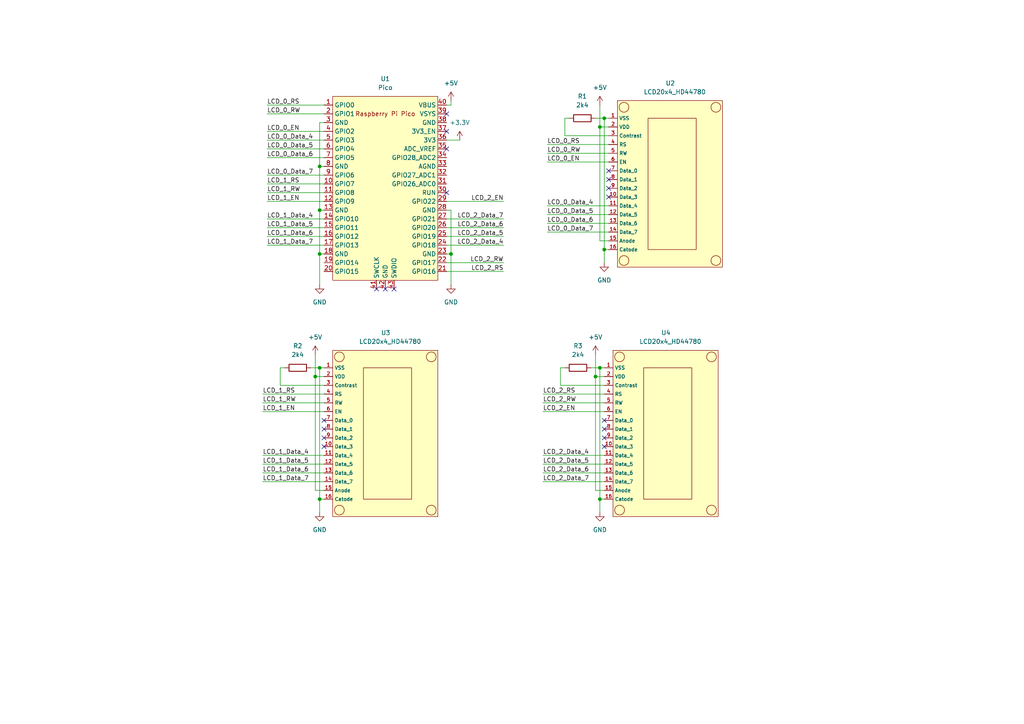
<source format=kicad_sch>
(kicad_sch (version 20211123) (generator eeschema)
  (paper "A4")
  (title_block (title "LCD Demo") (date "2023-01-26") (rev "V1.0") (company "Ant Tech") (comment 1 "Prototype"))
  (lib_symbols
    (symbol "Device:R" (pin_numbers hide) (pin_names (offset 0))
      (property "Reference" "R" (at 2.032 0 90))
      (property "Value" "R" (at 0 0 90))
      (symbol "R_0_1"
        (rectangle (start -1.016 -2.54) (end 1.016 2.54) (stroke (width 0.254)))
      )
      (symbol "R_1_1"
        (pin passive line (at 0 3.81 270) (length 1.27) (name "~") (number "1"))
        (pin passive line (at 0 -3.81 90) (length 1.27) (name "~") (number "2"))
      )
    )
    (symbol "HD44780:LCD20x4_HD44780"
      (property "Reference" "U" (at 0 27.94 0))
      (property "Value" "LCD20x4_HD44780" (at 0 25.4 0))
      (symbol "LCD20x4_HD44780_0_0"
        (pin bidirectional line (at -17.78 19.05 0) (length 2.54) (name "VSS") (number "1"))
        (pin bidirectional line (at -17.78 -3.81 0) (length 2.54) (name "Data_3") (number "10"))
        (pin bidirectional line (at -17.78 -6.35 0) (length 2.54) (name "Data_4") (number "11"))
        (pin bidirectional line (at -17.78 -8.89 0) (length 2.54) (name "Data_5") (number "12"))
        (pin bidirectional line (at -17.78 -11.43 0) (length 2.54) (name "Data_6") (number "13"))
        (pin bidirectional line (at -17.78 -13.97 0) (length 2.54) (name "Data_7") (number "14"))
        (pin bidirectional line (at -17.78 -16.51 0) (length 2.54) (name "Anode") (number "15"))
        (pin bidirectional line (at -17.78 -19.05 0) (length 2.54) (name "Catode") (number "16"))
        (pin bidirectional line (at -17.78 16.51 0) (length 2.54) (name "VDD") (number "2"))
        (pin bidirectional line (at -17.78 13.97 0) (length 2.54) (name "Contrast") (number "3"))
        (pin bidirectional line (at -17.78 11.43 0) (length 2.54) (name "RS") (number "4"))
        (pin bidirectional line (at -17.78 8.89 0) (length 2.54) (name "RW") (number "5"))
        (pin bidirectional line (at -17.78 6.35 0) (length 2.54) (name "EN") (number "6"))
        (pin bidirectional line (at -17.78 3.81 0) (length 2.54) (name "Data_0") (number "7"))
        (pin bidirectional line (at -17.78 1.27 0) (length 2.54) (name "Data_1") (number "8"))
        (pin bidirectional line (at -17.78 -1.27 0) (length 2.54) (name "Data_2") (number "9"))
      )
      (symbol "LCD20x4_HD44780_0_1"
        (rectangle (start -15.24 24.13) (end 15.24 -24.13) (fill (type background)))
        (circle (center -13.335 -22.225) (radius 1.4199))
        (circle (center -13.335 22.225) (radius 1.4199))
        (rectangle (start -6.35 19.05) (end 7.62 -19.05))
        (circle (center 13.335 -22.225) (radius 1.4199))
        (circle (center 13.335 22.225) (radius 1.4199))
      )
    )
    (symbol "MCU_RaspberryPi_and_Boards:Pico"
      (property "Reference" "U" (at -13.97 27.94 0))
      (property "Value" "Pico" (at 0 19.05 0))
      (symbol "Pico_0_0"
        (text "Raspberry Pi Pico" (at 0 21.59 0) (effects (font (size 1.27 1.27))))
      )
      (symbol "Pico_0_1"
        (rectangle (start -15.24 26.67) (end 15.24 -26.67) (fill (type background)))
      )
      (symbol "Pico_1_1"
        (pin bidirectional line (at -17.78 24.13 0) (length 2.54) (name "GPIO0") (number "1"))
        (pin bidirectional line (at -17.78 1.27 0) (length 2.54) (name "GPIO7") (number "10"))
        (pin bidirectional line (at -17.78 -1.27 0) (length 2.54) (name "GPIO8") (number "11"))
        (pin bidirectional line (at -17.78 -3.81 0) (length 2.54) (name "GPIO9") (number "12"))
        (pin power_in line (at -17.78 -6.35 0) (length 2.54) (name "GND") (number "13"))
        (pin bidirectional line (at -17.78 -8.89 0) (length 2.54) (name "GPIO10") (number "14"))
        (pin bidirectional line (at -17.78 -11.43 0) (length 2.54) (name "GPIO11") (number "15"))
        (pin bidirectional line (at -17.78 -13.97 0) (length 2.54) (name "GPIO12") (number "16"))
        (pin bidirectional line (at -17.78 -16.51 0) (length 2.54) (name "GPIO13") (number "17"))
        (pin power_in line (at -17.78 -19.05 0) (length 2.54) (name "GND") (number "18"))
        (pin bidirectional line (at -17.78 -21.59 0) (length 2.54) (name "GPIO14") (number "19"))
        (pin bidirectional line (at -17.78 21.59 0) (length 2.54) (name "GPIO1") (number "2"))
        (pin bidirectional line (at -17.78 -24.13 0) (length 2.54) (name "GPIO15") (number "20"))
        (pin bidirectional line (at 17.78 -24.13 180) (length 2.54) (name "GPIO16") (number "21"))
        (pin bidirectional line (at 17.78 -21.59 180) (length 2.54) (name "GPIO17") (number "22"))
        (pin power_in line (at 17.78 -19.05 180) (length 2.54) (name "GND") (number "23"))
        (pin bidirectional line (at 17.78 -16.51 180) (length 2.54) (name "GPIO18") (number "24"))
        (pin bidirectional line (at 17.78 -13.97 180) (length 2.54) (name "GPIO19") (number "25"))
        (pin bidirectional line (at 17.78 -11.43 180) (length 2.54) (name "GPIO20") (number "26"))
        (pin bidirectional line (at 17.78 -8.89 180) (length 2.54) (name "GPIO21") (number "27"))
        (pin power_in line (at 17.78 -6.35 180) (length 2.54) (name "GND") (number "28"))
        (pin bidirectional line (at 17.78 -3.81 180) (length 2.54) (name "GPIO22") (number "29"))
        (pin power_in line (at -17.78 19.05 0) (length 2.54) (name "GND") (number "3"))
        (pin input line (at 17.78 -1.27 180) (length 2.54) (name "RUN") (number "30"))
        (pin bidirectional line (at 17.78 1.27 180) (length 2.54) (name "GPIO26_ADC0") (number "31"))
        (pin bidirectional line (at 17.78 3.81 180) (length 2.54) (name "GPIO27_ADC1") (number "32"))
        (pin power_in line (at 17.78 6.35 180) (length 2.54) (name "AGND") (number "33"))
        (pin bidirectional line (at 17.78 8.89 180) (length 2.54) (name "GPIO28_ADC2") (number "34"))
        (pin power_in line (at 17.78 11.43 180) (length 2.54) (name "ADC_VREF") (number "35"))
        (pin power_in line (at 17.78 13.97 180) (length 2.54) (name "3V3") (number "36"))
        (pin input line (at 17.78 16.51 180) (length 2.54) (name "3V3_EN") (number "37"))
        (pin bidirectional line (at 17.78 19.05 180) (length 2.54) (name "GND") (number "38"))
        (pin power_in line (at 17.78 21.59 180) (length 2.54) (name "VSYS") (number "39"))
        (pin bidirectional line (at -17.78 16.51 0) (length 2.54) (name "GPIO2") (number "4"))
        (pin power_in line (at 17.78 24.13 180) (length 2.54) (name "VBUS") (number "40"))
        (pin input line (at -2.54 -29.21 90) (length 2.54) (name "SWCLK") (number "41"))
        (pin power_in line (at 0 -29.21 90) (length 2.54) (name "GND") (number "42"))
        (pin bidirectional line (at 2.54 -29.21 90) (length 2.54) (name "SWDIO") (number "43"))
        (pin bidirectional line (at -17.78 13.97 0) (length 2.54) (name "GPIO3") (number "5"))
        (pin bidirectional line (at -17.78 11.43 0) (length 2.54) (name "GPIO4") (number "6"))
        (pin bidirectional line (at -17.78 8.89 0) (length 2.54) (name "GPIO5") (number "7"))
        (pin power_in line (at -17.78 6.35 0) (length 2.54) (name "GND") (number "8"))
        (pin bidirectional line (at -17.78 3.81 0) (length 2.54) (name "GPIO6") (number "9"))
      )
    )
    (symbol "power:+3.3V" (power) (pin_names (offset 0))
      (property "Value" "+3.3V" (at 0 3.556 0))
      (symbol "+3.3V_0_1"
        (polyline (pts (xy -0.762 1.27) (xy 0 2.54)))
        (polyline (pts (xy 0 0) (xy 0 2.54)))
        (polyline (pts (xy 0 2.54) (xy 0.762 1.27)))
      )
      (symbol "+3.3V_1_1"
        (pin power_in line (at 0 0 90) (length 0) hide (name "+3.3V") (number "1"))
      )
    )
    (symbol "power:+5V" (power) (pin_names (offset 0))
      (property "Value" "+5V" (at 0 3.556 0))
      (symbol "+5V_0_1"
        (polyline (pts (xy -0.762 1.27) (xy 0 2.54)))
        (polyline (pts (xy 0 0) (xy 0 2.54)))
        (polyline (pts (xy 0 2.54) (xy 0.762 1.27)))
      )
      (symbol "+5V_1_1"
        (pin power_in line (at 0 0 90) (length 0) hide (name "+5V") (number "1"))
      )
    )
    (symbol "power:GND" (power) (pin_names (offset 0))
      (property "Value" "GND" (at 0 -3.81 0))
      (symbol "GND_0_1"
        (polyline (pts (xy 0 0) (xy 0 -1.27) (xy 1.27 -1.27) (xy 0 -2.54) (xy -1.27 -1.27) (xy 0 -1.27)))
      )
      (symbol "GND_1_1"
        (pin power_in line (at 0 0 270) (length 0) hide (name "GND") (number "1"))
      )
    )
  )
  (junction (at 173.99 144.78))
  (junction (at 92.71 144.78))
  (junction (at 92.71 48.26))
  (junction (at 91.44 109.22))
  (junction (at 173.99 106.68))
  (junction (at 175.26 72.39))
  (junction (at 175.26 34.29))
  (junction (at 173.99 36.83))
  (junction (at 172.72 109.22))
  (junction (at 130.81 73.66))
  (junction (at 92.71 73.66))
  (junction (at 92.71 60.96))
  (junction (at 92.71 106.68))
  (no_connect (at 129.54 33.02))
  (no_connect (at 114.3 83.82))
  (no_connect (at 109.22 83.82))
  (no_connect (at 175.26 129.54))
  (no_connect (at 129.54 38.1))
  (no_connect (at 129.54 43.18))
  (no_connect (at 93.98 121.92))
  (no_connect (at 93.98 129.54))
  (no_connect (at 93.98 124.46))
  (no_connect (at 176.53 49.53))
  (no_connect (at 175.26 124.46))
  (no_connect (at 175.26 121.92))
  (no_connect (at 175.26 127))
  (no_connect (at 129.54 55.88))
  (no_connect (at 176.53 52.07))
  (no_connect (at 176.53 54.61))
  (no_connect (at 93.98 127))
  (no_connect (at 111.76 83.82))
  (no_connect (at 176.53 57.15))
  (wire (pts (xy 77.47 40.64) (xy 93.98 40.64)))
  (wire (pts (xy 76.2 137.16) (xy 93.98 137.16)))
  (wire (pts (xy 162.56 106.68) (xy 162.56 111.76)))
  (wire (pts (xy 173.99 106.68) (xy 175.26 106.68)))
  (wire (pts (xy 130.81 30.48) (xy 130.81 29.21)))
  (wire (pts (xy 77.47 55.88) (xy 93.98 55.88)))
  (wire (pts (xy 76.2 134.62) (xy 93.98 134.62)))
  (wire (pts (xy 158.75 59.69) (xy 176.53 59.69)))
  (wire (pts (xy 157.48 114.3) (xy 175.26 114.3)))
  (wire (pts (xy 158.75 44.45) (xy 176.53 44.45)))
  (wire (pts (xy 76.2 114.3) (xy 93.98 114.3)))
  (wire (pts (xy 77.47 38.1) (xy 93.98 38.1)))
  (wire (pts (xy 175.26 76.2) (xy 175.26 72.39)))
  (wire (pts (xy 175.26 72.39) (xy 175.26 34.29)))
  (wire (pts (xy 92.71 73.66) (xy 93.98 73.66)))
  (wire (pts (xy 129.54 66.04) (xy 146.05 66.04)))
  (wire (pts (xy 171.45 106.68) (xy 173.99 106.68)))
  (wire (pts (xy 173.99 144.78) (xy 173.99 106.68)))
  (wire (pts (xy 157.48 139.7) (xy 175.26 139.7)))
  (wire (pts (xy 92.71 106.68) (xy 93.98 106.68)))
  (wire (pts (xy 92.71 73.66) (xy 92.71 82.55)))
  (wire (pts (xy 129.54 73.66) (xy 130.81 73.66)))
  (wire (pts (xy 157.48 116.84) (xy 175.26 116.84)))
  (wire (pts (xy 77.47 58.42) (xy 93.98 58.42)))
  (wire (pts (xy 130.81 60.96) (xy 129.54 60.96)))
  (wire (pts (xy 129.54 63.5) (xy 146.05 63.5)))
  (wire (pts (xy 92.71 60.96) (xy 92.71 73.66)))
  (wire (pts (xy 162.56 111.76) (xy 175.26 111.76)))
  (wire (pts (xy 173.99 144.78) (xy 175.26 144.78)))
  (wire (pts (xy 163.83 106.68) (xy 162.56 106.68)))
  (wire (pts (xy 173.99 69.85) (xy 176.53 69.85)))
  (wire (pts (xy 172.72 34.29) (xy 175.26 34.29)))
  (wire (pts (xy 175.26 34.29) (xy 176.53 34.29)))
  (wire (pts (xy 129.54 58.42) (xy 146.05 58.42)))
  (wire (pts (xy 163.83 34.29) (xy 163.83 39.37)))
  (wire (pts (xy 90.17 106.68) (xy 92.71 106.68)))
  (wire (pts (xy 82.55 106.68) (xy 81.28 106.68)))
  (wire (pts (xy 129.54 30.48) (xy 130.81 30.48)))
  (wire (pts (xy 130.81 73.66) (xy 130.81 60.96)))
  (wire (pts (xy 91.44 142.24) (xy 93.98 142.24)))
  (wire (pts (xy 129.54 71.12) (xy 146.05 71.12)))
  (wire (pts (xy 163.83 39.37) (xy 176.53 39.37)))
  (wire (pts (xy 165.1 34.29) (xy 163.83 34.29)))
  (wire (pts (xy 158.75 41.91) (xy 176.53 41.91)))
  (wire (pts (xy 92.71 35.56) (xy 93.98 35.56)))
  (wire (pts (xy 77.47 66.04) (xy 93.98 66.04)))
  (wire (pts (xy 81.28 111.76) (xy 93.98 111.76)))
  (wire (pts (xy 92.71 35.56) (xy 92.71 48.26)))
  (wire (pts (xy 91.44 109.22) (xy 91.44 142.24)))
  (wire (pts (xy 158.75 64.77) (xy 176.53 64.77)))
  (wire (pts (xy 158.75 67.31) (xy 176.53 67.31)))
  (wire (pts (xy 129.54 40.64) (xy 133.35 40.64)))
  (wire (pts (xy 92.71 48.26) (xy 93.98 48.26)))
  (wire (pts (xy 173.99 36.83) (xy 173.99 69.85)))
  (wire (pts (xy 76.2 116.84) (xy 93.98 116.84)))
  (wire (pts (xy 129.54 76.2) (xy 146.05 76.2)))
  (wire (pts (xy 76.2 119.38) (xy 93.98 119.38)))
  (wire (pts (xy 129.54 78.74) (xy 146.05 78.74)))
  (wire (pts (xy 158.75 62.23) (xy 176.53 62.23)))
  (wire (pts (xy 81.28 106.68) (xy 81.28 111.76)))
  (wire (pts (xy 91.44 109.22) (xy 91.44 102.87)))
  (wire (pts (xy 92.71 60.96) (xy 93.98 60.96)))
  (wire (pts (xy 77.47 71.12) (xy 93.98 71.12)))
  (wire (pts (xy 93.98 109.22) (xy 91.44 109.22)))
  (wire (pts (xy 77.47 43.18) (xy 93.98 43.18)))
  (wire (pts (xy 77.47 53.34) (xy 93.98 53.34)))
  (wire (pts (xy 92.71 148.59) (xy 92.71 144.78)))
  (wire (pts (xy 76.2 139.7) (xy 93.98 139.7)))
  (wire (pts (xy 157.48 119.38) (xy 175.26 119.38)))
  (wire (pts (xy 92.71 48.26) (xy 92.71 60.96)))
  (wire (pts (xy 173.99 148.59) (xy 173.99 144.78)))
  (wire (pts (xy 175.26 109.22) (xy 172.72 109.22)))
  (wire (pts (xy 77.47 33.02) (xy 93.98 33.02)))
  (wire (pts (xy 172.72 142.24) (xy 175.26 142.24)))
  (wire (pts (xy 77.47 68.58) (xy 93.98 68.58)))
  (wire (pts (xy 76.2 132.08) (xy 93.98 132.08)))
  (wire (pts (xy 77.47 63.5) (xy 93.98 63.5)))
  (wire (pts (xy 77.47 50.8) (xy 93.98 50.8)))
  (wire (pts (xy 157.48 137.16) (xy 175.26 137.16)))
  (wire (pts (xy 175.26 72.39) (xy 176.53 72.39)))
  (wire (pts (xy 172.72 109.22) (xy 172.72 102.87)))
  (wire (pts (xy 77.47 45.72) (xy 93.98 45.72)))
  (wire (pts (xy 130.81 82.55) (xy 130.81 73.66)))
  (wire (pts (xy 157.48 134.62) (xy 175.26 134.62)))
  (wire (pts (xy 172.72 109.22) (xy 172.72 142.24)))
  (wire (pts (xy 77.47 30.48) (xy 93.98 30.48)))
  (wire (pts (xy 158.75 46.99) (xy 176.53 46.99)))
  (wire (pts (xy 92.71 144.78) (xy 93.98 144.78)))
  (wire (pts (xy 129.54 68.58) (xy 146.05 68.58)))
  (wire (pts (xy 157.48 132.08) (xy 175.26 132.08)))
  (wire (pts (xy 173.99 36.83) (xy 173.99 30.48)))
  (wire (pts (xy 92.71 144.78) (xy 92.71 106.68)))
  (wire (pts (xy 176.53 36.83) (xy 173.99 36.83)))
  (label "LCD_0_EN" (at 158.75 46.99 0))
  (label "LCD_0_Data_4" (at 158.75 59.69 0))
  (label "LCD_2_RW" (at 146.05 76.2 180))
  (label "LCD_0_RS" (at 158.75 41.91 0))
  (label "LCD_0_Data_6" (at 77.47 45.72 0))
  (label "LCD_0_RW" (at 77.47 33.02 0))
  (label "LCD_2_Data_6" (at 146.05 66.04 180))
  (label "LCD_0_EN" (at 77.47 38.1 0))
  (label "LCD_1_Data_6" (at 77.47 68.58 0))
  (label "LCD_1_RS" (at 77.47 53.34 0))
  (label "LCD_2_Data_7" (at 157.48 139.7 0))
  (label "LCD_0_RS" (at 77.47 30.48 0))
  (label "LCD_2_Data_4" (at 157.48 132.08 0))
  (label "LCD_1_EN" (at 77.47 58.42 0))
  (label "LCD_1_Data_6" (at 76.2 137.16 0))
  (label "LCD_1_Data_4" (at 77.47 63.5 0))
  (label "LCD_1_RS" (at 76.2 114.3 0))
  (label "LCD_1_RW" (at 77.47 55.88 0))
  (label "LCD_0_Data_7" (at 158.75 67.31 0))
  (label "LCD_1_EN" (at 76.2 119.38 0))
  (label "LCD_2_Data_5" (at 146.05 68.58 180))
  (label "LCD_1_Data_4" (at 76.2 132.08 0))
  (label "LCD_2_Data_7" (at 146.05 63.5 180))
  (label "LCD_1_Data_5" (at 76.2 134.62 0))
  (label "LCD_2_Data_4" (at 146.05 71.12 180))
  (label "LCD_0_RW" (at 158.75 44.45 0))
  (label "LCD_2_RS" (at 157.48 114.3 0))
  (label "LCD_0_Data_5" (at 158.75 62.23 0))
  (label "LCD_2_EN" (at 146.05 58.42 180))
  (label "LCD_2_Data_6" (at 157.48 137.16 0))
  (label "LCD_1_RW" (at 76.2 116.84 0))
  (label "LCD_0_Data_6" (at 158.75 64.77 0))
  (label "LCD_1_Data_7" (at 76.2 139.7 0))
  (label "LCD_1_Data_7" (at 77.47 71.12 0))
  (label "LCD_2_RW" (at 157.48 116.84 0))
  (label "LCD_2_Data_5" (at 157.48 134.62 0))
  (label "LCD_0_Data_5" (at 77.47 43.18 0))
  (label "LCD_0_Data_7" (at 77.47 50.8 0))
  (label "LCD_0_Data_4" (at 77.47 40.64 0))
  (label "LCD_2_RS" (at 146.05 78.74 180))
  (label "LCD_2_EN" (at 157.48 119.38 0))
  (label "LCD_1_Data_5" (at 77.47 66.04 0))
  (symbol (lib_id "power:GND") (at 130.81 82.55 0) (unit 1)
    (property "Reference" "#PWR0110" (effects hide))
    (property "Value" "GND" (at 130.81 87.63 0))
  )
  (symbol (lib_id "power:GND") (at 92.71 82.55 0) (unit 1)
    (property "Reference" "#PWR0109" (effects hide))
    (property "Value" "GND" (at 92.71 87.63 0))
  )
  (symbol (lib_id "power:+3.3V") (at 133.35 40.64 0) (unit 1)
    (property "Reference" "#PWR0111" (effects hide))
    (property "Value" "+3.3V" (at 133.35 35.56 0))
  )
  (symbol (lib_id "HD44780:LCD20x4_HD44780") (at 193.04 125.73 0) (unit 1)
    (property "Reference" "U4" (at 191.77 96.52 0) (effects (justify left)))
    (property "Value" "LCD20x4_HD44780" (at 185.42 99.06 0) (effects (justify left)))
    (property "Footprint" "HD44780:HD44780 2004A" (effects hide))
  )
  (symbol (lib_id "Device:R") (at 167.64 106.68 90) (unit 1)
    (property "Reference" "R3" (at 167.64 100.33 90))
    (property "Value" "2k4" (at 167.64 102.87 90))
    (property "Footprint" "Resistor_SMD:R_2010_5025Metric" (effects hide))
  )
  (symbol (lib_id "HD44780:LCD20x4_HD44780") (at 194.31 53.34 0) (unit 1)
    (property "Reference" "U2" (at 193.04 24.13 0) (effects (justify left)))
    (property "Value" "LCD20x4_HD44780" (at 186.69 26.67 0) (effects (justify left)))
    (property "Footprint" "HD44780:HD44780 2004A" (effects hide))
  )
  (symbol (lib_id "power:GND") (at 92.71 148.59 0) (unit 1)
    (property "Reference" "#PWR02" (effects hide))
    (property "Value" "GND" (at 92.71 153.67 0))
  )
  (symbol (lib_id "power:+5V") (at 130.81 29.21 0) (unit 1)
    (property "Reference" "#PWR010" (effects hide))
    (property "Value" "+5V" (at 130.81 24.13 0))
  )
  (symbol (lib_id "Device:R") (at 168.91 34.29 90) (unit 1)
    (property "Reference" "R1" (at 168.91 27.94 90))
    (property "Value" "2k4" (at 168.91 30.48 90))
    (property "Footprint" "Resistor_SMD:R_2010_5025Metric" (effects hide))
  )
  (symbol (lib_id "power:+5V") (at 173.99 30.48 0) (unit 1)
    (property "Reference" "#PWR0106" (effects hide))
    (property "Value" "+5V" (at 173.99 25.4 0))
  )
  (symbol (lib_id "Device:R") (at 86.36 106.68 90) (unit 1)
    (property "Reference" "R2" (at 86.36 100.33 90))
    (property "Value" "2k4" (at 86.36 102.87 90))
    (property "Footprint" "Resistor_SMD:R_2010_5025Metric" (effects hide))
  )
  (symbol (lib_id "MCU_RaspberryPi_and_Boards:Pico") (at 111.76 54.61 0) (unit 1)
    (property "Reference" "U1" (at 111.76 22.86 0))
    (property "Value" "Pico" (at 111.76 25.4 0))
    (property "Footprint" "MCU_RaspberryPi_and_Boards:RPi_Pico_SMD_TH" (effects hide))
  )
  (symbol (lib_id "power:+5V") (at 172.72 102.87 0) (unit 1)
    (property "Reference" "#PWR03" (effects hide))
    (property "Value" "+5V" (at 172.72 97.79 0))
  )
  (symbol (lib_id "power:GND") (at 173.99 148.59 0) (unit 1)
    (property "Reference" "#PWR04" (effects hide))
    (property "Value" "GND" (at 173.99 153.67 0))
  )
  (symbol (lib_id "power:GND") (at 175.26 76.2 0) (unit 1)
    (property "Reference" "#PWR0105" (effects hide))
    (property "Value" "GND" (at 175.26 81.28 0))
  )
  (symbol (lib_id "HD44780:LCD20x4_HD44780") (at 111.76 125.73 0) (unit 1)
    (property "Reference" "U3" (at 110.49 96.52 0) (effects (justify left)))
    (property "Value" "LCD20x4_HD44780" (at 104.14 99.06 0) (effects (justify left)))
    (property "Footprint" "HD44780:HD44780 2004A" (effects hide))
  )
  (symbol (lib_id "power:+5V") (at 91.44 102.87 0) (unit 1)
    (property "Reference" "#PWR01" (effects hide))
    (property "Value" "+5V" (at 91.44 97.79 0))
  )
)
</source>
